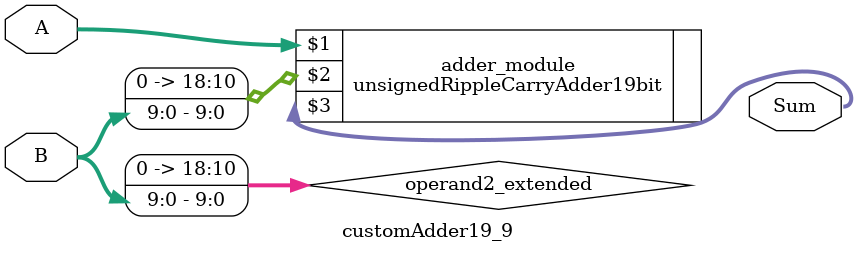
<source format=v>

module customAdder19_9(
                    input [18 : 0] A,
                    input [9 : 0] B,
                    
                    output [19 : 0] Sum
            );

    wire [18 : 0] operand2_extended;
    
    assign operand2_extended =  {9'b0, B};
    
    unsignedRippleCarryAdder19bit adder_module(
        A,
        operand2_extended,
        Sum
    );
    
endmodule
        
</source>
